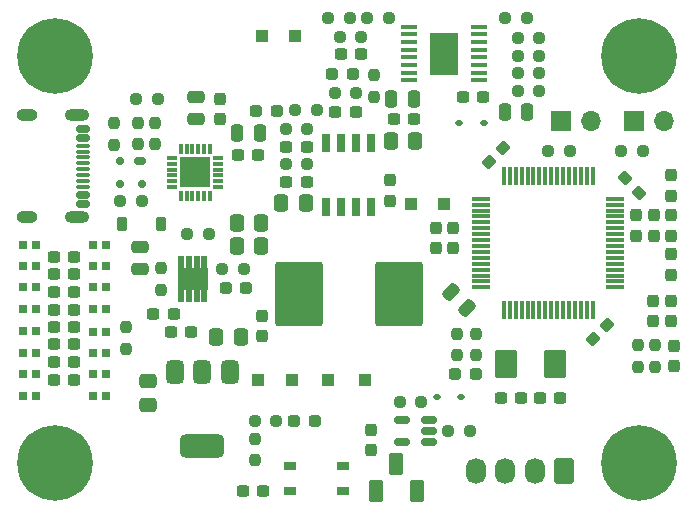
<source format=gbr>
%TF.GenerationSoftware,KiCad,Pcbnew,9.0.0*%
%TF.CreationDate,2025-10-11T17:51:42-05:00*%
%TF.ProjectId,LeaderSOM,4c656164-6572-4534-9f4d-2e6b69636164,rev?*%
%TF.SameCoordinates,Original*%
%TF.FileFunction,Soldermask,Top*%
%TF.FilePolarity,Negative*%
%FSLAX46Y46*%
G04 Gerber Fmt 4.6, Leading zero omitted, Abs format (unit mm)*
G04 Created by KiCad (PCBNEW 9.0.0) date 2025-10-11 17:51:42*
%MOMM*%
%LPD*%
G01*
G04 APERTURE LIST*
G04 Aperture macros list*
%AMRoundRect*
0 Rectangle with rounded corners*
0 $1 Rounding radius*
0 $2 $3 $4 $5 $6 $7 $8 $9 X,Y pos of 4 corners*
0 Add a 4 corners polygon primitive as box body*
4,1,4,$2,$3,$4,$5,$6,$7,$8,$9,$2,$3,0*
0 Add four circle primitives for the rounded corners*
1,1,$1+$1,$2,$3*
1,1,$1+$1,$4,$5*
1,1,$1+$1,$6,$7*
1,1,$1+$1,$8,$9*
0 Add four rect primitives between the rounded corners*
20,1,$1+$1,$2,$3,$4,$5,0*
20,1,$1+$1,$4,$5,$6,$7,0*
20,1,$1+$1,$6,$7,$8,$9,0*
20,1,$1+$1,$8,$9,$2,$3,0*%
G04 Aperture macros list end*
%ADD10RoundRect,0.225000X0.225000X0.375000X-0.225000X0.375000X-0.225000X-0.375000X0.225000X-0.375000X0*%
%ADD11RoundRect,0.237500X-0.237500X0.287500X-0.237500X-0.287500X0.237500X-0.287500X0.237500X0.287500X0*%
%ADD12R,0.700000X0.700000*%
%ADD13RoundRect,0.237500X-0.237500X0.300000X-0.237500X-0.300000X0.237500X-0.300000X0.237500X0.300000X0*%
%ADD14RoundRect,0.237500X-0.237500X0.250000X-0.237500X-0.250000X0.237500X-0.250000X0.237500X0.250000X0*%
%ADD15RoundRect,0.237500X0.287500X0.237500X-0.287500X0.237500X-0.287500X-0.237500X0.287500X-0.237500X0*%
%ADD16RoundRect,0.375000X-0.375000X0.625000X-0.375000X-0.625000X0.375000X-0.625000X0.375000X0.625000X0*%
%ADD17RoundRect,0.500000X-1.400000X0.500000X-1.400000X-0.500000X1.400000X-0.500000X1.400000X0.500000X0*%
%ADD18RoundRect,0.237500X0.300000X0.237500X-0.300000X0.237500X-0.300000X-0.237500X0.300000X-0.237500X0*%
%ADD19RoundRect,0.250000X0.700000X0.950000X-0.700000X0.950000X-0.700000X-0.950000X0.700000X-0.950000X0*%
%ADD20RoundRect,0.237500X-0.287500X-0.237500X0.287500X-0.237500X0.287500X0.237500X-0.287500X0.237500X0*%
%ADD21RoundRect,0.237500X-0.250000X-0.237500X0.250000X-0.237500X0.250000X0.237500X-0.250000X0.237500X0*%
%ADD22RoundRect,0.237500X-0.300000X-0.237500X0.300000X-0.237500X0.300000X0.237500X-0.300000X0.237500X0*%
%ADD23RoundRect,0.175000X-0.325000X0.175000X-0.325000X-0.175000X0.325000X-0.175000X0.325000X0.175000X0*%
%ADD24RoundRect,0.150000X-0.150000X0.200000X-0.150000X-0.200000X0.150000X-0.200000X0.150000X0.200000X0*%
%ADD25R,1.475000X0.450000*%
%ADD26R,2.460000X3.550000*%
%ADD27C,3.600000*%
%ADD28C,6.400000*%
%ADD29RoundRect,0.237500X0.250000X0.237500X-0.250000X0.237500X-0.250000X-0.237500X0.250000X-0.237500X0*%
%ADD30RoundRect,0.250000X0.337500X0.475000X-0.337500X0.475000X-0.337500X-0.475000X0.337500X-0.475000X0*%
%ADD31RoundRect,0.237500X-0.380070X0.044194X0.044194X-0.380070X0.380070X-0.044194X-0.044194X0.380070X0*%
%ADD32R,1.700000X1.700000*%
%ADD33O,1.700000X1.700000*%
%ADD34RoundRect,0.112500X0.187500X0.112500X-0.187500X0.112500X-0.187500X-0.112500X0.187500X-0.112500X0*%
%ADD35RoundRect,0.250000X0.475000X-0.250000X0.475000X0.250000X-0.475000X0.250000X-0.475000X-0.250000X0*%
%ADD36RoundRect,0.237500X0.237500X-0.300000X0.237500X0.300000X-0.237500X0.300000X-0.237500X-0.300000X0*%
%ADD37RoundRect,0.250000X-0.250000X-0.475000X0.250000X-0.475000X0.250000X0.475000X-0.250000X0.475000X0*%
%ADD38RoundRect,0.237500X0.237500X-0.250000X0.237500X0.250000X-0.237500X0.250000X-0.237500X-0.250000X0*%
%ADD39R,1.000000X1.000000*%
%ADD40RoundRect,0.250000X-0.337500X-0.475000X0.337500X-0.475000X0.337500X0.475000X-0.337500X0.475000X0*%
%ADD41RoundRect,0.075000X0.075000X-0.700000X0.075000X0.700000X-0.075000X0.700000X-0.075000X-0.700000X0*%
%ADD42RoundRect,0.075000X0.700000X-0.075000X0.700000X0.075000X-0.700000X0.075000X-0.700000X-0.075000X0*%
%ADD43RoundRect,0.250000X0.300000X0.300000X-0.300000X0.300000X-0.300000X-0.300000X0.300000X-0.300000X0*%
%ADD44RoundRect,0.150000X-0.425000X0.150000X-0.425000X-0.150000X0.425000X-0.150000X0.425000X0.150000X0*%
%ADD45RoundRect,0.075000X-0.500000X0.075000X-0.500000X-0.075000X0.500000X-0.075000X0.500000X0.075000X0*%
%ADD46O,2.100000X1.000000*%
%ADD47O,1.800000X1.000000*%
%ADD48RoundRect,0.250000X-0.600000X0.850000X-0.600000X-0.850000X0.600000X-0.850000X0.600000X0.850000X0*%
%ADD49O,1.700000X2.200000*%
%ADD50RoundRect,0.237500X-0.044194X-0.380070X0.380070X0.044194X0.044194X0.380070X-0.380070X-0.044194X0*%
%ADD51RoundRect,0.150000X0.512500X0.150000X-0.512500X0.150000X-0.512500X-0.150000X0.512500X-0.150000X0*%
%ADD52R,1.000000X0.750000*%
%ADD53RoundRect,0.237500X0.044194X0.380070X-0.380070X-0.044194X-0.044194X-0.380070X0.380070X0.044194X0*%
%ADD54RoundRect,0.250000X1.750000X2.500000X-1.750000X2.500000X-1.750000X-2.500000X1.750000X-2.500000X0*%
%ADD55RoundRect,0.102000X-0.500000X-0.800000X0.500000X-0.800000X0.500000X0.800000X-0.500000X0.800000X0*%
%ADD56RoundRect,0.065500X-0.196500X0.466500X-0.196500X-0.466500X0.196500X-0.466500X0.196500X0.466500X0*%
%ADD57RoundRect,0.102000X-1.200000X0.825000X-1.200000X-0.825000X1.200000X-0.825000X1.200000X0.825000X0*%
%ADD58RoundRect,0.250000X-0.475000X0.337500X-0.475000X-0.337500X0.475000X-0.337500X0.475000X0.337500X0*%
%ADD59R,0.650000X1.528000*%
%ADD60R,0.850000X0.300000*%
%ADD61R,0.300000X0.850000*%
%ADD62R,2.550000X2.550000*%
%ADD63RoundRect,0.250000X0.512652X0.159099X0.159099X0.512652X-0.512652X-0.159099X-0.159099X-0.512652X0*%
%ADD64RoundRect,0.250000X-0.300000X-0.300000X0.300000X-0.300000X0.300000X0.300000X-0.300000X0.300000X0*%
G04 APERTURE END LIST*
D10*
%TO.C,D1*%
X148230000Y-96500000D03*
X144930000Y-96500000D03*
%TD*%
D11*
%TO.C,FB2*%
X191425000Y-92350000D03*
X191425000Y-94100000D03*
%TD*%
%TO.C,FB1*%
X191410000Y-99060000D03*
X191410000Y-100810000D03*
%TD*%
D12*
%TO.C,D15*%
X143550000Y-98255000D03*
X142450000Y-98255000D03*
X142450000Y-100085000D03*
X143550000Y-100085000D03*
%TD*%
D13*
%TO.C,C19*%
X167620000Y-92797500D03*
X167620000Y-94522500D03*
%TD*%
D14*
%TO.C,R8*%
X146250000Y-87937500D03*
X146250000Y-89762500D03*
%TD*%
D15*
%TO.C,D5*%
X161285000Y-113190000D03*
X159535000Y-113190000D03*
%TD*%
D16*
%TO.C,U4*%
X154050000Y-109000000D03*
X151750000Y-109000000D03*
D17*
X151750000Y-115300000D03*
D16*
X149450000Y-109000000D03*
%TD*%
D18*
%TO.C,C33*%
X178737499Y-111262499D03*
X177012499Y-111262499D03*
%TD*%
D19*
%TO.C,Y1*%
X181574999Y-108350000D03*
X177474999Y-108350000D03*
%TD*%
D20*
%TO.C,D7*%
X153717500Y-101890000D03*
X155467500Y-101890000D03*
%TD*%
D21*
%TO.C,R28*%
X177387500Y-79050000D03*
X179212500Y-79050000D03*
%TD*%
%TO.C,R30*%
X163387500Y-80650000D03*
X165212500Y-80650000D03*
%TD*%
%TO.C,R14*%
X150437500Y-97350000D03*
X152262500Y-97350000D03*
%TD*%
D22*
%TO.C,C25*%
X139187500Y-102260000D03*
X140912500Y-102260000D03*
%TD*%
D13*
%TO.C,C9*%
X191400000Y-103017500D03*
X191400000Y-104742500D03*
%TD*%
D18*
%TO.C,C16*%
X160562500Y-89950000D03*
X158837500Y-89950000D03*
%TD*%
D23*
%TO.C,D2*%
X146450000Y-91150000D03*
D24*
X144750000Y-91150000D03*
X144750000Y-93150000D03*
X146650000Y-93150000D03*
%TD*%
D25*
%TO.C,IC3*%
X175150000Y-84350000D03*
X175150000Y-83700000D03*
X175150000Y-83050000D03*
X175150000Y-82400000D03*
X175150000Y-81750000D03*
X175150000Y-81100000D03*
X175150000Y-80450000D03*
X175150000Y-79800000D03*
X169274000Y-79800000D03*
X169274000Y-80450000D03*
X169274000Y-81100000D03*
X169274000Y-81750000D03*
X169274000Y-82400000D03*
X169274000Y-83050000D03*
X169274000Y-83700000D03*
X169274000Y-84350000D03*
D26*
X172212000Y-82075000D03*
%TD*%
D14*
%TO.C,R13*%
X148250000Y-100237500D03*
X148250000Y-102062500D03*
%TD*%
D27*
%TO.C,H4*%
X188750000Y-116750000D03*
D28*
X188750000Y-116750000D03*
%TD*%
D29*
%TO.C,R16*%
X160612500Y-88450000D03*
X158787500Y-88450000D03*
%TD*%
D21*
%TO.C,R24*%
X178437500Y-85225000D03*
X180262500Y-85225000D03*
%TD*%
D30*
%TO.C,C20*%
X160487500Y-94700000D03*
X158412500Y-94700000D03*
%TD*%
D22*
%TO.C,C23*%
X139187500Y-108190000D03*
X140912500Y-108190000D03*
%TD*%
D13*
%TO.C,C8*%
X189900000Y-103017500D03*
X189900000Y-104742500D03*
%TD*%
D29*
%TO.C,R22*%
X174387500Y-114025000D03*
X172562500Y-114025000D03*
%TD*%
D31*
%TO.C,C35*%
X187490120Y-92640120D03*
X188709880Y-93859880D03*
%TD*%
D32*
%TO.C,CC_Term1*%
X182085000Y-87800000D03*
D33*
X184625000Y-87800000D03*
%TD*%
D29*
%TO.C,R32*%
X164212500Y-79050000D03*
X162387500Y-79050000D03*
%TD*%
D12*
%TO.C,D13*%
X143550000Y-105612500D03*
X142450000Y-105612500D03*
X142450000Y-107442500D03*
X143550000Y-107442500D03*
%TD*%
D22*
%TO.C,C30*%
X139187500Y-100780000D03*
X140912500Y-100780000D03*
%TD*%
D34*
%TO.C,D17*%
X175590000Y-87970000D03*
X173490000Y-87970000D03*
%TD*%
D14*
%TO.C,R11*%
X190075000Y-106767500D03*
X190075000Y-108592500D03*
%TD*%
%TO.C,R3*%
X173265000Y-105807500D03*
X173265000Y-107632500D03*
%TD*%
D35*
%TO.C,C3*%
X146450000Y-100340000D03*
X146450000Y-98440000D03*
%TD*%
D13*
%TO.C,C38*%
X188450000Y-95787500D03*
X188450000Y-97512500D03*
%TD*%
D30*
%TO.C,C21*%
X156717500Y-96410000D03*
X154642500Y-96410000D03*
%TD*%
D36*
%TO.C,C41*%
X165975000Y-115637500D03*
X165975000Y-113912500D03*
%TD*%
D29*
%TO.C,R27*%
X180262500Y-80750000D03*
X178437500Y-80750000D03*
%TD*%
D22*
%TO.C,C6*%
X154737500Y-90700000D03*
X156462500Y-90700000D03*
%TD*%
D29*
%TO.C,R5*%
X146587500Y-94600000D03*
X144762500Y-94600000D03*
%TD*%
D13*
%TO.C,C1*%
X173000000Y-96837500D03*
X173000000Y-98562500D03*
%TD*%
D21*
%TO.C,R23*%
X168437500Y-111575000D03*
X170262500Y-111575000D03*
%TD*%
D14*
%TO.C,R4*%
X144225000Y-87962500D03*
X144225000Y-89787500D03*
%TD*%
D37*
%TO.C,C42*%
X177350000Y-87000000D03*
X179250000Y-87000000D03*
%TD*%
D12*
%TO.C,D11*%
X137650000Y-98272500D03*
X136550000Y-98272500D03*
X136550000Y-100102500D03*
X137650000Y-100102500D03*
%TD*%
D21*
%TO.C,R7*%
X146137500Y-85950000D03*
X147962500Y-85950000D03*
%TD*%
D29*
%TO.C,R20*%
X164762500Y-85450000D03*
X162937500Y-85450000D03*
%TD*%
%TO.C,R26*%
X180262500Y-82250000D03*
X178437500Y-82250000D03*
%TD*%
D38*
%TO.C,R9*%
X188600000Y-108592500D03*
X188600000Y-106767500D03*
%TD*%
D39*
%TO.C,3.3V1*%
X159300000Y-109700000D03*
%TD*%
D40*
%TO.C,C10*%
X152925000Y-106100000D03*
X155000000Y-106100000D03*
%TD*%
D13*
%TO.C,C2*%
X171500000Y-96837500D03*
X171500000Y-98562500D03*
%TD*%
D14*
%TO.C,R6*%
X147750000Y-87937500D03*
X147750000Y-89762500D03*
%TD*%
D22*
%TO.C,C27*%
X139187500Y-109700000D03*
X140912500Y-109700000D03*
%TD*%
D18*
%TO.C,C31*%
X182037500Y-111275000D03*
X180312500Y-111275000D03*
%TD*%
D34*
%TO.C,D16*%
X173670000Y-111200000D03*
X171570000Y-111200000D03*
%TD*%
D40*
%TO.C,C13*%
X167692500Y-89460000D03*
X169767500Y-89460000D03*
%TD*%
D21*
%TO.C,R25*%
X178437500Y-83750000D03*
X180262500Y-83750000D03*
%TD*%
D41*
%TO.C,U7*%
X177275000Y-103800000D03*
X177775000Y-103800000D03*
X178275000Y-103800000D03*
X178775000Y-103800000D03*
X179275000Y-103800000D03*
X179775000Y-103800000D03*
X180275000Y-103800000D03*
X180775000Y-103800000D03*
X181275000Y-103800000D03*
X181775000Y-103800000D03*
X182275000Y-103800000D03*
X182775000Y-103800000D03*
X183275000Y-103800000D03*
X183775000Y-103800000D03*
X184275000Y-103800000D03*
X184775000Y-103800000D03*
D42*
X186700000Y-101875000D03*
X186700000Y-101375000D03*
X186700000Y-100875000D03*
X186700000Y-100375000D03*
X186700000Y-99875000D03*
X186700000Y-99375000D03*
X186700000Y-98875000D03*
X186700000Y-98375000D03*
X186700000Y-97875000D03*
X186700000Y-97375000D03*
X186700000Y-96875000D03*
X186700000Y-96375000D03*
X186700000Y-95875000D03*
X186700000Y-95375000D03*
X186700000Y-94875000D03*
X186700000Y-94375000D03*
D41*
X184775000Y-92450000D03*
X184275000Y-92450000D03*
X183775000Y-92450000D03*
X183275000Y-92450000D03*
X182775000Y-92450000D03*
X182275000Y-92450000D03*
X181775000Y-92450000D03*
X181275000Y-92450000D03*
X180775000Y-92450000D03*
X180275000Y-92450000D03*
X179775000Y-92450000D03*
X179275000Y-92450000D03*
X178775000Y-92450000D03*
X178275000Y-92450000D03*
X177775000Y-92450000D03*
X177275000Y-92450000D03*
D42*
X175350000Y-94375000D03*
X175350000Y-94875000D03*
X175350000Y-95375000D03*
X175350000Y-95875000D03*
X175350000Y-96375000D03*
X175350000Y-96875000D03*
X175350000Y-97375000D03*
X175350000Y-97875000D03*
X175350000Y-98375000D03*
X175350000Y-98875000D03*
X175350000Y-99375000D03*
X175350000Y-99875000D03*
X175350000Y-100375000D03*
X175350000Y-100875000D03*
X175350000Y-101375000D03*
X175350000Y-101875000D03*
%TD*%
D18*
%TO.C,C40*%
X156872500Y-119120000D03*
X155147500Y-119120000D03*
%TD*%
D12*
%TO.C,D12*%
X143540000Y-109220000D03*
X142440000Y-109220000D03*
X142440000Y-111050000D03*
X143540000Y-111050000D03*
%TD*%
D21*
%TO.C,R31*%
X165687500Y-79050000D03*
X167512500Y-79050000D03*
%TD*%
D20*
%TO.C,D4*%
X156317500Y-86909569D03*
X158067500Y-86909569D03*
%TD*%
D43*
%TO.C,D18*%
X159597500Y-80570000D03*
X156797500Y-80570000D03*
%TD*%
D44*
%TO.C,J3*%
X141664000Y-88425000D03*
X141664000Y-89225000D03*
D45*
X141664000Y-90375000D03*
X141664000Y-91375000D03*
X141664000Y-91875000D03*
X141664000Y-92875000D03*
D44*
X141664000Y-94025000D03*
X141664000Y-94825000D03*
X141664000Y-94825000D03*
X141664000Y-94025000D03*
D45*
X141664000Y-93375000D03*
X141664000Y-92375000D03*
X141664000Y-90875000D03*
X141664000Y-89875000D03*
D44*
X141664000Y-89225000D03*
X141664000Y-88425000D03*
D46*
X141089000Y-87305000D03*
D47*
X136909000Y-87305000D03*
D46*
X141089000Y-95945000D03*
D47*
X136909000Y-95945000D03*
%TD*%
D29*
%TO.C,R15*%
X160612500Y-91450000D03*
X158787500Y-91450000D03*
%TD*%
D22*
%TO.C,C46*%
X167967500Y-87640000D03*
X169692500Y-87640000D03*
%TD*%
D18*
%TO.C,C43*%
X175500000Y-85800000D03*
X173775000Y-85800000D03*
%TD*%
D21*
%TO.C,R10*%
X187187500Y-90325000D03*
X189012500Y-90325000D03*
%TD*%
D48*
%TO.C,SWD1*%
X182375000Y-117450000D03*
D49*
X179875000Y-117450000D03*
X177375000Y-117450000D03*
X174875000Y-117450000D03*
%TD*%
D22*
%TO.C,C28*%
X139187500Y-106710000D03*
X140912500Y-106710000D03*
%TD*%
D29*
%TO.C,R18*%
X161412500Y-86900000D03*
X159587500Y-86900000D03*
%TD*%
D38*
%TO.C,R17*%
X145300000Y-107062500D03*
X145300000Y-105237500D03*
%TD*%
D15*
%TO.C,D6*%
X164492500Y-83850000D03*
X162742500Y-83850000D03*
%TD*%
D22*
%TO.C,C29*%
X139187500Y-103770000D03*
X140912500Y-103770000D03*
%TD*%
D27*
%TO.C,H1*%
X139250000Y-82250000D03*
D28*
X139250000Y-82250000D03*
%TD*%
D13*
%TO.C,C39*%
X189950000Y-95787500D03*
X189950000Y-97512500D03*
%TD*%
D50*
%TO.C,C37*%
X175990120Y-91259880D03*
X177209880Y-90040120D03*
%TD*%
D51*
%TO.C,U8*%
X170887500Y-114975000D03*
X170887500Y-114025000D03*
X170887500Y-113075000D03*
X168612500Y-113075000D03*
X168612500Y-114975000D03*
%TD*%
D22*
%TO.C,C26*%
X139187500Y-99320000D03*
X140912500Y-99320000D03*
%TD*%
D27*
%TO.C,H2*%
X188750000Y-82250000D03*
D28*
X188750000Y-82250000D03*
%TD*%
D52*
%TO.C,Reset1*%
X159175000Y-116975000D03*
X159175000Y-119125000D03*
X163675000Y-116975000D03*
X163675000Y-119125000D03*
%TD*%
D15*
%TO.C,IC_FLT1*%
X174882500Y-109180000D03*
X173132500Y-109180000D03*
%TD*%
D14*
%TO.C,R12*%
X156200000Y-114687500D03*
X156200000Y-116512500D03*
%TD*%
D37*
%TO.C,C4*%
X154700000Y-88800000D03*
X156600000Y-88800000D03*
%TD*%
D18*
%TO.C,C18*%
X150812500Y-105650000D03*
X149087500Y-105650000D03*
%TD*%
D36*
%TO.C,C7*%
X153200000Y-87612500D03*
X153200000Y-85887500D03*
%TD*%
D30*
%TO.C,C22*%
X156717500Y-98410000D03*
X154642500Y-98410000D03*
%TD*%
D18*
%TO.C,C17*%
X160562500Y-92950000D03*
X158837500Y-92950000D03*
%TD*%
D11*
%TO.C,CC_FLT1*%
X191630000Y-106805000D03*
X191630000Y-108555000D03*
%TD*%
D27*
%TO.C,H3*%
X139250000Y-116750000D03*
D28*
X139250000Y-116750000D03*
%TD*%
D53*
%TO.C,C36*%
X186034880Y-105040120D03*
X184815120Y-106259880D03*
%TD*%
D54*
%TO.C,L1*%
X168400000Y-102400000D03*
X159900000Y-102400000D03*
%TD*%
D55*
%TO.C,SW1*%
X166425000Y-119125000D03*
X168175000Y-116825000D03*
X169925000Y-119125000D03*
%TD*%
D13*
%TO.C,C32*%
X191425000Y-95762500D03*
X191425000Y-97487500D03*
%TD*%
D12*
%TO.C,D8*%
X137650000Y-109220000D03*
X136550000Y-109220000D03*
X136550000Y-111050000D03*
X137650000Y-111050000D03*
%TD*%
D22*
%TO.C,C44*%
X163437500Y-82150000D03*
X165162500Y-82150000D03*
%TD*%
D12*
%TO.C,D9*%
X137650000Y-105592500D03*
X136550000Y-105592500D03*
X136550000Y-107422500D03*
X137650000Y-107422500D03*
%TD*%
D37*
%TO.C,C45*%
X167750000Y-85900000D03*
X169650000Y-85900000D03*
%TD*%
D22*
%TO.C,C24*%
X139187500Y-105240000D03*
X140912500Y-105240000D03*
%TD*%
D35*
%TO.C,C5*%
X151200000Y-87650000D03*
X151200000Y-85750000D03*
%TD*%
D56*
%TO.C,U5*%
X151900000Y-99730000D03*
X151250000Y-99730000D03*
X150600000Y-99730000D03*
X149950000Y-99730000D03*
X149950000Y-102600000D03*
X150600000Y-102600000D03*
X151250000Y-102600000D03*
X151900000Y-102600000D03*
D57*
X150925000Y-101165000D03*
%TD*%
D38*
%TO.C,R1*%
X174900000Y-107637500D03*
X174900000Y-105812500D03*
%TD*%
D13*
%TO.C,C12*%
X156820000Y-104277500D03*
X156820000Y-106002500D03*
%TD*%
D21*
%TO.C,R2*%
X181012500Y-90325000D03*
X182837500Y-90325000D03*
%TD*%
D12*
%TO.C,D10*%
X137650000Y-101877500D03*
X136550000Y-101877500D03*
X136550000Y-103707500D03*
X137650000Y-103707500D03*
%TD*%
D21*
%TO.C,R21*%
X153417500Y-100310000D03*
X155242500Y-100310000D03*
%TD*%
D39*
%TO.C,GND1*%
X165500000Y-109700000D03*
%TD*%
D58*
%TO.C,C14*%
X147150000Y-109762500D03*
X147150000Y-111837500D03*
%TD*%
D18*
%TO.C,C11*%
X149312500Y-104150000D03*
X147587500Y-104150000D03*
%TD*%
D32*
%TO.C,CC_Term2*%
X188250000Y-87800000D03*
D33*
X190790000Y-87800000D03*
%TD*%
D21*
%TO.C,R19*%
X156187500Y-113175000D03*
X158012500Y-113175000D03*
%TD*%
D59*
%TO.C,U6*%
X166005000Y-89639000D03*
X164735000Y-89639000D03*
X163465000Y-89639000D03*
X162195000Y-89639000D03*
X162195000Y-95061000D03*
X163465000Y-95061000D03*
X164735000Y-95061000D03*
X166005000Y-95061000D03*
%TD*%
D12*
%TO.C,D14*%
X143550000Y-101860000D03*
X142450000Y-101860000D03*
X142450000Y-103690000D03*
X143550000Y-103690000D03*
%TD*%
D38*
%TO.C,R29*%
X166250000Y-85762500D03*
X166250000Y-83937500D03*
%TD*%
D18*
%TO.C,C15*%
X164712500Y-87050000D03*
X162987500Y-87050000D03*
%TD*%
D39*
%TO.C,24V2*%
X162390000Y-109760000D03*
%TD*%
D60*
%TO.C,U2*%
X153100000Y-93400000D03*
X153100000Y-92900000D03*
X153100000Y-92400000D03*
X153100000Y-91900000D03*
X153100000Y-91400000D03*
X153100000Y-90900000D03*
D61*
X152400000Y-90200000D03*
X151900000Y-90200000D03*
X151400000Y-90200000D03*
X150900000Y-90200000D03*
X150400000Y-90200000D03*
X149900000Y-90200000D03*
D60*
X149200000Y-90900000D03*
X149200000Y-91400000D03*
X149200000Y-91900000D03*
X149200000Y-92400000D03*
X149200000Y-92900000D03*
X149200000Y-93400000D03*
D61*
X149900000Y-94100000D03*
X150400000Y-94100000D03*
X150900000Y-94100000D03*
X151400000Y-94100000D03*
X151900000Y-94100000D03*
X152400000Y-94100000D03*
D62*
X151150000Y-92150000D03*
%TD*%
D63*
%TO.C,C34*%
X174146751Y-103596751D03*
X172803249Y-102253249D03*
%TD*%
D64*
%TO.C,D3*%
X169380000Y-94810000D03*
X172180000Y-94810000D03*
%TD*%
D39*
%TO.C,5V1*%
X156420000Y-109710000D03*
%TD*%
M02*

</source>
